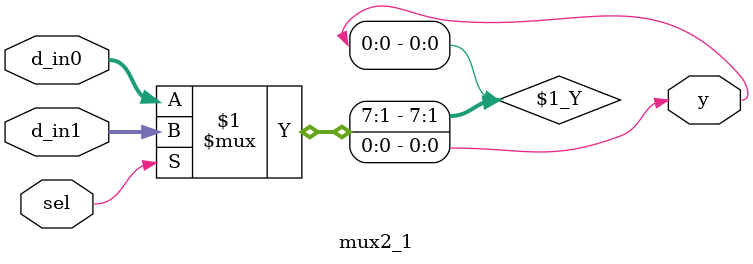
<source format=sv>
parameter data_width = 8;
module mux2_1(input logic [data_width-1:0] d_in0,d_in1,
		input logic sel,
		output logic y);
assign y = sel ? d_in1 : d_in0;
endmodule 

</source>
